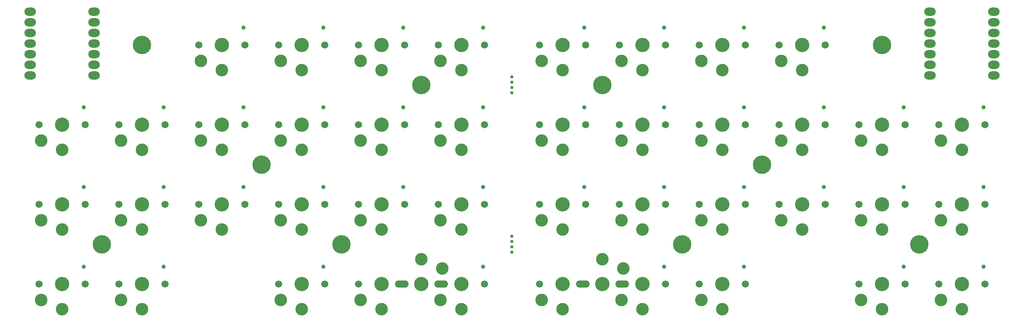
<source format=gbr>
%TF.GenerationSoftware,KiCad,Pcbnew,(6.0.1)*%
%TF.CreationDate,2022-12-03T11:16:14-05:00*%
%TF.ProjectId,DELPHI,44454c50-4849-42e6-9b69-6361645f7063,rev?*%
%TF.SameCoordinates,Original*%
%TF.FileFunction,Soldermask,Top*%
%TF.FilePolarity,Negative*%
%FSLAX46Y46*%
G04 Gerber Fmt 4.6, Leading zero omitted, Abs format (unit mm)*
G04 Created by KiCad (PCBNEW (6.0.1)) date 2022-12-03 11:16:14*
%MOMM*%
%LPD*%
G01*
G04 APERTURE LIST*
%ADD10C,0.700000*%
%ADD11C,4.400000*%
%ADD12C,3.000000*%
%ADD13C,3.429000*%
%ADD14C,1.701800*%
%ADD15C,0.990600*%
%ADD16C,0.787400*%
%ADD17O,3.302000X1.701800*%
%ADD18O,2.748280X1.998980*%
G04 APERTURE END LIST*
D10*
%TO.C,REF\u002A\u002A*%
X120015000Y-53085000D03*
X118848274Y-50268274D03*
X118365000Y-51435000D03*
X121181726Y-52601726D03*
X121665000Y-51435000D03*
D11*
X120015000Y-51435000D03*
D10*
X120015000Y-49785000D03*
X121181726Y-50268274D03*
X118848274Y-52601726D03*
%TD*%
D12*
%TO.C,SW17*%
X105490000Y-102810000D03*
X110490000Y-105010000D03*
D13*
X110490000Y-99060000D03*
D14*
X104990000Y-99060000D03*
%TD*%
D10*
%TO.C,REF\u002A\u002A*%
X228220000Y-41910000D03*
D11*
X229870000Y-41910000D03*
D10*
X231036726Y-40743274D03*
X229870000Y-43560000D03*
X228703274Y-43076726D03*
X231520000Y-41910000D03*
X228703274Y-40743274D03*
X229870000Y-40260000D03*
X231036726Y-43076726D03*
%TD*%
D12*
%TO.C,SW5*%
X53340000Y-85960000D03*
D13*
X53340000Y-80010000D03*
D15*
X58560000Y-75810000D03*
D14*
X47840000Y-80010000D03*
X58840000Y-80010000D03*
D12*
X48340000Y-83760000D03*
%TD*%
%TO.C,SW25A*%
X168195000Y-95310000D03*
D13*
X163195000Y-99060000D03*
D12*
X163195000Y-93110000D03*
%TD*%
D15*
%TO.C,SW10*%
X96660000Y-37710000D03*
D12*
X86440000Y-45660000D03*
D14*
X85940000Y-41910000D03*
D12*
X91440000Y-47860000D03*
D14*
X96940000Y-41910000D03*
D13*
X91440000Y-41910000D03*
%TD*%
D10*
%TO.C,REF\u002A\u002A*%
X237593274Y-90701726D03*
X240410000Y-89535000D03*
X239926726Y-88368274D03*
X237593274Y-88368274D03*
X237110000Y-89535000D03*
X239926726Y-90701726D03*
X238760000Y-87885000D03*
D11*
X238760000Y-89535000D03*
D10*
X238760000Y-91185000D03*
%TD*%
D15*
%TO.C,SW28*%
X177940000Y-75810000D03*
D12*
X172720000Y-85960000D03*
X167720000Y-83760000D03*
D14*
X167220000Y-80010000D03*
X178220000Y-80010000D03*
D13*
X172720000Y-80010000D03*
%TD*%
D14*
%TO.C,SW33*%
X186270000Y-99060000D03*
D12*
X191770000Y-105010000D03*
D14*
X197270000Y-99060000D03*
D15*
X196990000Y-94860000D03*
D13*
X191770000Y-99060000D03*
D12*
X186770000Y-102810000D03*
%TD*%
D14*
%TO.C,SW27*%
X178220000Y-60960000D03*
D12*
X172720000Y-66910000D03*
D13*
X172720000Y-60960000D03*
D12*
X167720000Y-64710000D03*
D14*
X167220000Y-60960000D03*
D15*
X177940000Y-56760000D03*
%TD*%
D12*
%TO.C,SW4*%
X48340000Y-64710000D03*
D13*
X53340000Y-60960000D03*
D15*
X58560000Y-56760000D03*
D14*
X58840000Y-60960000D03*
X47840000Y-60960000D03*
D12*
X53340000Y-66910000D03*
%TD*%
D16*
%TO.C,*%
X141605000Y-53340000D03*
%TD*%
D10*
%TO.C,REF\u002A\u002A*%
X42648274Y-88368274D03*
X44981726Y-90701726D03*
X44981726Y-88368274D03*
X42648274Y-90701726D03*
X45465000Y-89535000D03*
X42165000Y-89535000D03*
D11*
X43815000Y-89535000D03*
D10*
X43815000Y-87885000D03*
X43815000Y-91185000D03*
%TD*%
D12*
%TO.C,SW2*%
X29290000Y-83760000D03*
X34290000Y-85960000D03*
D14*
X39790000Y-80010000D03*
D15*
X39510000Y-75810000D03*
D13*
X34290000Y-80010000D03*
D14*
X28790000Y-80010000D03*
%TD*%
D17*
%TO.C,*%
X167894000Y-99060000D03*
%TD*%
D15*
%TO.C,SW20*%
X134760000Y-75810000D03*
D13*
X129540000Y-80010000D03*
D12*
X124540000Y-83760000D03*
D14*
X124040000Y-80010000D03*
D12*
X129540000Y-85960000D03*
D14*
X135040000Y-80010000D03*
%TD*%
D10*
%TO.C,REF\u002A\u002A*%
X52173274Y-43076726D03*
X53340000Y-43560000D03*
X52173274Y-40743274D03*
X53340000Y-40260000D03*
X51690000Y-41910000D03*
D11*
X53340000Y-41910000D03*
D10*
X54506726Y-43076726D03*
X54506726Y-40743274D03*
X54990000Y-41910000D03*
%TD*%
D13*
%TO.C,SW23*%
X153670000Y-60960000D03*
D15*
X158890000Y-56760000D03*
D14*
X148170000Y-60960000D03*
X159170000Y-60960000D03*
D12*
X148670000Y-64710000D03*
X153670000Y-66910000D03*
%TD*%
D16*
%TO.C,*%
X141605000Y-49530000D03*
%TD*%
D12*
%TO.C,SW26*%
X172720000Y-47860000D03*
D15*
X177940000Y-37710000D03*
D12*
X167720000Y-45660000D03*
D14*
X178220000Y-41910000D03*
X167220000Y-41910000D03*
D13*
X172720000Y-41910000D03*
%TD*%
D12*
%TO.C,SW8*%
X67390000Y-64710000D03*
D15*
X77610000Y-56760000D03*
D14*
X77890000Y-60960000D03*
D13*
X72390000Y-60960000D03*
D12*
X72390000Y-66910000D03*
D14*
X66890000Y-60960000D03*
%TD*%
D11*
%TO.C,REF\u002A\u002A*%
X100965000Y-89535000D03*
D10*
X99798274Y-90701726D03*
X99315000Y-89535000D03*
X100965000Y-87885000D03*
X102131726Y-88368274D03*
X99798274Y-88368274D03*
X100965000Y-91185000D03*
X102615000Y-89535000D03*
X102131726Y-90701726D03*
%TD*%
D12*
%TO.C,SW24*%
X148670000Y-83760000D03*
X153670000Y-85960000D03*
D14*
X148170000Y-80010000D03*
D15*
X158890000Y-75810000D03*
D13*
X153670000Y-80010000D03*
D14*
X159170000Y-80010000D03*
%TD*%
D13*
%TO.C,SW12*%
X91440000Y-80010000D03*
D15*
X96660000Y-75810000D03*
D14*
X85940000Y-80010000D03*
D12*
X86440000Y-83760000D03*
D14*
X96940000Y-80010000D03*
D12*
X91440000Y-85960000D03*
%TD*%
D13*
%TO.C,SW19*%
X129540000Y-60960000D03*
D14*
X124040000Y-60960000D03*
D15*
X134760000Y-56760000D03*
D12*
X129540000Y-66910000D03*
X124540000Y-64710000D03*
D14*
X135040000Y-60960000D03*
%TD*%
D13*
%TO.C,SW6*%
X53340000Y-99060000D03*
D12*
X48340000Y-102810000D03*
D14*
X47840000Y-99060000D03*
D12*
X53340000Y-105010000D03*
D15*
X58560000Y-94860000D03*
D14*
X58840000Y-99060000D03*
%TD*%
D16*
%TO.C,*%
X141605000Y-91440000D03*
%TD*%
D12*
%TO.C,SW7*%
X72390000Y-47860000D03*
D13*
X72390000Y-41910000D03*
D14*
X77890000Y-41910000D03*
D12*
X67390000Y-45660000D03*
D14*
X66890000Y-41910000D03*
D15*
X77610000Y-37710000D03*
%TD*%
D13*
%TO.C,SW25*%
X153670000Y-99060000D03*
D12*
X148670000Y-102810000D03*
D14*
X148170000Y-99060000D03*
D12*
X153670000Y-105010000D03*
%TD*%
D14*
%TO.C,SW34*%
X216320000Y-41910000D03*
D12*
X205820000Y-45660000D03*
D15*
X216040000Y-37710000D03*
D13*
X210820000Y-41910000D03*
D14*
X205320000Y-41910000D03*
D12*
X210820000Y-47860000D03*
%TD*%
%TO.C,SW18*%
X129540000Y-47860000D03*
D13*
X129540000Y-41910000D03*
D14*
X135040000Y-41910000D03*
X124040000Y-41910000D03*
D15*
X134760000Y-37710000D03*
D12*
X124540000Y-45660000D03*
%TD*%
D11*
%TO.C,REF\u002A\u002A*%
X163195000Y-51435000D03*
D10*
X162028274Y-52601726D03*
X163195000Y-53085000D03*
X161545000Y-51435000D03*
X164845000Y-51435000D03*
X164361726Y-50268274D03*
X162028274Y-50268274D03*
X164361726Y-52601726D03*
X163195000Y-49785000D03*
%TD*%
D12*
%TO.C,SW21A*%
X120015000Y-93110000D03*
X125015000Y-95310000D03*
D13*
X120015000Y-99060000D03*
%TD*%
D15*
%TO.C,SW37*%
X235090000Y-56760000D03*
D12*
X229870000Y-66910000D03*
D14*
X235370000Y-60960000D03*
D12*
X224870000Y-64710000D03*
D13*
X229870000Y-60960000D03*
D14*
X224370000Y-60960000D03*
%TD*%
D15*
%TO.C,SW9*%
X77610000Y-75810000D03*
D12*
X72390000Y-85960000D03*
D14*
X66890000Y-80010000D03*
D13*
X72390000Y-80010000D03*
D12*
X67390000Y-83760000D03*
D14*
X77890000Y-80010000D03*
%TD*%
D15*
%TO.C,SW36*%
X216040000Y-75810000D03*
D14*
X205320000Y-80010000D03*
D12*
X210820000Y-85960000D03*
D14*
X216320000Y-80010000D03*
D12*
X205820000Y-83760000D03*
D13*
X210820000Y-80010000D03*
%TD*%
D17*
%TO.C,*%
X115316000Y-99060000D03*
%TD*%
D12*
%TO.C,SW21*%
X124540000Y-102810000D03*
D14*
X135040000Y-99060000D03*
D12*
X129540000Y-105010000D03*
D13*
X129540000Y-99060000D03*
D15*
X134760000Y-94860000D03*
%TD*%
D10*
%TO.C,REF\u002A\u002A*%
X199645000Y-70485000D03*
X202461726Y-71651726D03*
D11*
X201295000Y-70485000D03*
D10*
X201295000Y-68835000D03*
X202461726Y-69318274D03*
X202945000Y-70485000D03*
X200128274Y-71651726D03*
X201295000Y-72135000D03*
X200128274Y-69318274D03*
%TD*%
D15*
%TO.C,SW3*%
X39510000Y-94860000D03*
D12*
X34290000Y-105010000D03*
X29290000Y-102810000D03*
D14*
X28790000Y-99060000D03*
D13*
X34290000Y-99060000D03*
D14*
X39790000Y-99060000D03*
%TD*%
D17*
%TO.C,*%
X158496000Y-99060000D03*
%TD*%
D16*
%TO.C,*%
X141605000Y-90170000D03*
%TD*%
%TO.C,*%
X141605000Y-50800000D03*
%TD*%
D14*
%TO.C,SW32*%
X186270000Y-80010000D03*
D13*
X191770000Y-80010000D03*
D12*
X186770000Y-83760000D03*
X191770000Y-85960000D03*
D14*
X197270000Y-80010000D03*
D15*
X196990000Y-75810000D03*
%TD*%
D14*
%TO.C,SW35*%
X216320000Y-60960000D03*
D12*
X205820000Y-64710000D03*
D13*
X210820000Y-60960000D03*
D14*
X205320000Y-60960000D03*
D12*
X210820000Y-66910000D03*
D15*
X216040000Y-56760000D03*
%TD*%
D10*
%TO.C,REF\u002A\u002A*%
X80748274Y-69318274D03*
X80265000Y-70485000D03*
X81915000Y-72135000D03*
D11*
X81915000Y-70485000D03*
D10*
X83081726Y-69318274D03*
X83081726Y-71651726D03*
X81915000Y-68835000D03*
X80748274Y-71651726D03*
X83565000Y-70485000D03*
%TD*%
D14*
%TO.C,SW38*%
X235370000Y-80010000D03*
D13*
X229870000Y-80010000D03*
D12*
X224870000Y-83760000D03*
D15*
X235090000Y-75810000D03*
D12*
X229870000Y-85960000D03*
D14*
X224370000Y-80010000D03*
%TD*%
D13*
%TO.C,SW39*%
X229870000Y-99060000D03*
D14*
X235370000Y-99060000D03*
D15*
X235090000Y-94860000D03*
D14*
X224370000Y-99060000D03*
D12*
X224870000Y-102810000D03*
X229870000Y-105010000D03*
%TD*%
D16*
%TO.C,*%
X141605000Y-88900000D03*
%TD*%
D12*
%TO.C,SW40*%
X243920000Y-64710000D03*
D14*
X254420000Y-60960000D03*
X243420000Y-60960000D03*
D12*
X248920000Y-66910000D03*
D13*
X248920000Y-60960000D03*
D15*
X254140000Y-56760000D03*
%TD*%
D12*
%TO.C,SW14*%
X105490000Y-45660000D03*
D14*
X104990000Y-41910000D03*
X115990000Y-41910000D03*
D12*
X110490000Y-47860000D03*
D15*
X115710000Y-37710000D03*
D13*
X110490000Y-41910000D03*
%TD*%
D14*
%TO.C,SW22*%
X159170000Y-41910000D03*
D13*
X153670000Y-41910000D03*
D12*
X153670000Y-47860000D03*
X148670000Y-45660000D03*
D15*
X158890000Y-37710000D03*
D14*
X148170000Y-41910000D03*
%TD*%
D12*
%TO.C,SW11*%
X91440000Y-66910000D03*
D14*
X85940000Y-60960000D03*
D15*
X96660000Y-56760000D03*
D14*
X96940000Y-60960000D03*
D13*
X91440000Y-60960000D03*
D12*
X86440000Y-64710000D03*
%TD*%
D14*
%TO.C,SW13*%
X96940000Y-99060000D03*
X85940000Y-99060000D03*
D12*
X91440000Y-105010000D03*
X86440000Y-102810000D03*
D15*
X96660000Y-94860000D03*
D13*
X91440000Y-99060000D03*
%TD*%
D12*
%TO.C,SW42*%
X248920000Y-105010000D03*
D14*
X254420000Y-99060000D03*
D15*
X254140000Y-94860000D03*
D14*
X243420000Y-99060000D03*
D13*
X248920000Y-99060000D03*
D12*
X243920000Y-102810000D03*
%TD*%
D14*
%TO.C,SW31*%
X197270000Y-60960000D03*
D15*
X196990000Y-56760000D03*
D12*
X191770000Y-66910000D03*
D14*
X186270000Y-60960000D03*
D12*
X186770000Y-64710000D03*
D13*
X191770000Y-60960000D03*
%TD*%
D14*
%TO.C,SW30*%
X197270000Y-41910000D03*
X186270000Y-41910000D03*
D13*
X191770000Y-41910000D03*
D12*
X186770000Y-45660000D03*
X191770000Y-47860000D03*
D15*
X196990000Y-37710000D03*
%TD*%
D16*
%TO.C,*%
X141605000Y-87630000D03*
%TD*%
D12*
%TO.C,SW15*%
X105490000Y-64710000D03*
D14*
X115990000Y-60960000D03*
D15*
X115710000Y-56760000D03*
D13*
X110490000Y-60960000D03*
D14*
X104990000Y-60960000D03*
D12*
X110490000Y-66910000D03*
%TD*%
D13*
%TO.C,SW1*%
X34290000Y-60960000D03*
D14*
X28790000Y-60960000D03*
X39790000Y-60960000D03*
D12*
X34290000Y-66910000D03*
X29290000Y-64710000D03*
D15*
X39510000Y-56760000D03*
%TD*%
D10*
%TO.C,REF\u002A\u002A*%
X183895000Y-89535000D03*
X182245000Y-87885000D03*
D11*
X182245000Y-89535000D03*
D10*
X183411726Y-90701726D03*
X181078274Y-88368274D03*
X181078274Y-90701726D03*
X183411726Y-88368274D03*
X182245000Y-91185000D03*
X180595000Y-89535000D03*
%TD*%
D16*
%TO.C,*%
X141605000Y-52070000D03*
%TD*%
D15*
%TO.C,SW29*%
X177940000Y-94860000D03*
D12*
X172720000Y-105010000D03*
X167720000Y-102810000D03*
D13*
X172720000Y-99060000D03*
D14*
X178220000Y-99060000D03*
%TD*%
%TO.C,SW16*%
X104990000Y-80010000D03*
D13*
X110490000Y-80010000D03*
D14*
X115990000Y-80010000D03*
D12*
X110490000Y-85960000D03*
D15*
X115710000Y-75810000D03*
D12*
X105490000Y-83760000D03*
%TD*%
D17*
%TO.C,*%
X124714000Y-99060000D03*
%TD*%
D14*
%TO.C,SW41*%
X243420000Y-80010000D03*
D12*
X248920000Y-85960000D03*
X243920000Y-83760000D03*
D13*
X248920000Y-80010000D03*
D15*
X254140000Y-75810000D03*
D14*
X254420000Y-80010000D03*
%TD*%
D18*
%TO.C,U2*%
X256547620Y-33952180D03*
X256547620Y-36492180D03*
X256547620Y-39032180D03*
X256547620Y-41572180D03*
X256547620Y-44112180D03*
X256547620Y-46652180D03*
X256547620Y-49192180D03*
X241307620Y-49192180D03*
X241307620Y-46652180D03*
X241307620Y-44112180D03*
X241307620Y-41572180D03*
X241307620Y-39032180D03*
X241307620Y-36492180D03*
X241307620Y-33952180D03*
%TD*%
%TO.C,U1*%
X41917620Y-33952180D03*
X41917620Y-36492180D03*
X41917620Y-39032180D03*
X41917620Y-41572180D03*
X41917620Y-44112180D03*
X41917620Y-46652180D03*
X41917620Y-49192180D03*
X26677620Y-49192180D03*
X26677620Y-46652180D03*
X26677620Y-44112180D03*
X26677620Y-41572180D03*
X26677620Y-39032180D03*
X26677620Y-36492180D03*
X26677620Y-33952180D03*
%TD*%
M02*

</source>
